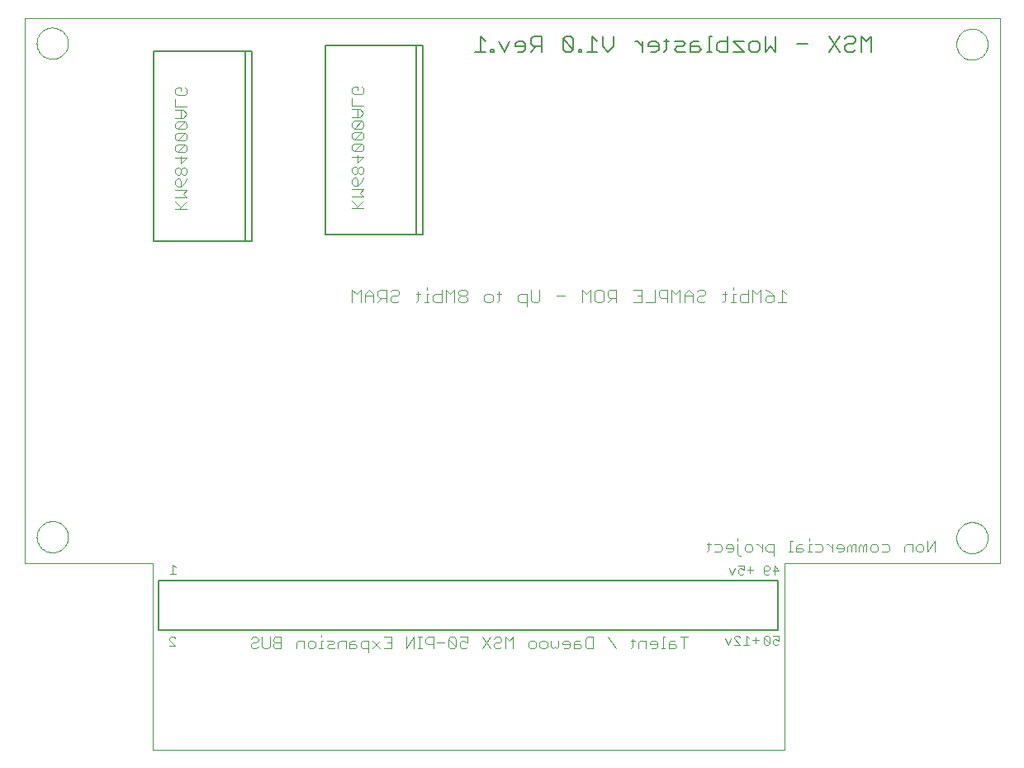
<source format=gbo>
G75*
G70*
%OFA0B0*%
%FSLAX24Y24*%
%IPPOS*%
%LPD*%
%AMOC8*
5,1,8,0,0,1.08239X$1,22.5*
%
%ADD10C,0.0040*%
%ADD11C,0.0060*%
%ADD12C,0.0030*%
%ADD13C,0.0000*%
%ADD14C,0.0050*%
%ADD15C,0.0080*%
D10*
X010495Y004272D02*
X010572Y004195D01*
X010725Y004195D01*
X010802Y004272D01*
X010956Y004272D02*
X010956Y004655D01*
X010802Y004578D02*
X010802Y004502D01*
X010725Y004425D01*
X010572Y004425D01*
X010495Y004348D01*
X010495Y004272D01*
X010495Y004578D02*
X010572Y004655D01*
X010725Y004655D01*
X010802Y004578D01*
X010956Y004272D02*
X011032Y004195D01*
X011186Y004195D01*
X011263Y004272D01*
X011263Y004655D01*
X011416Y004578D02*
X011416Y004502D01*
X011493Y004425D01*
X011723Y004425D01*
X011723Y004195D02*
X011723Y004655D01*
X011493Y004655D01*
X011416Y004578D01*
X011493Y004425D02*
X011416Y004348D01*
X011416Y004272D01*
X011493Y004195D01*
X011723Y004195D01*
X012337Y004195D02*
X012337Y004425D01*
X012414Y004502D01*
X012644Y004502D01*
X012644Y004195D01*
X012797Y004272D02*
X012797Y004425D01*
X012874Y004502D01*
X013027Y004502D01*
X013104Y004425D01*
X013104Y004272D01*
X013027Y004195D01*
X012874Y004195D01*
X012797Y004272D01*
X013258Y004195D02*
X013411Y004195D01*
X013334Y004195D02*
X013334Y004502D01*
X013411Y004502D01*
X013565Y004502D02*
X013795Y004502D01*
X013871Y004425D01*
X013795Y004348D01*
X013641Y004348D01*
X013565Y004272D01*
X013641Y004195D01*
X013871Y004195D01*
X014025Y004195D02*
X014025Y004425D01*
X014102Y004502D01*
X014332Y004502D01*
X014332Y004195D01*
X014485Y004195D02*
X014716Y004195D01*
X014792Y004272D01*
X014716Y004348D01*
X014485Y004348D01*
X014485Y004425D02*
X014485Y004195D01*
X014485Y004425D02*
X014562Y004502D01*
X014716Y004502D01*
X014946Y004425D02*
X015022Y004502D01*
X015253Y004502D01*
X015253Y004041D01*
X015253Y004195D02*
X015022Y004195D01*
X014946Y004272D01*
X014946Y004425D01*
X015406Y004502D02*
X015713Y004195D01*
X015866Y004195D02*
X016173Y004195D01*
X016173Y004655D01*
X015866Y004655D01*
X015713Y004502D02*
X015406Y004195D01*
X016020Y004425D02*
X016173Y004425D01*
X016787Y004195D02*
X016787Y004655D01*
X017094Y004655D02*
X016787Y004195D01*
X017094Y004195D02*
X017094Y004655D01*
X017248Y004655D02*
X017401Y004655D01*
X017324Y004655D02*
X017324Y004195D01*
X017248Y004195D02*
X017401Y004195D01*
X017555Y004425D02*
X017631Y004348D01*
X017862Y004348D01*
X017862Y004195D02*
X017862Y004655D01*
X017631Y004655D01*
X017555Y004578D01*
X017555Y004425D01*
X018015Y004425D02*
X018322Y004425D01*
X018475Y004578D02*
X018782Y004272D01*
X018706Y004195D01*
X018552Y004195D01*
X018475Y004272D01*
X018475Y004578D01*
X018552Y004655D01*
X018706Y004655D01*
X018782Y004578D01*
X018782Y004272D01*
X018936Y004272D02*
X019013Y004195D01*
X019166Y004195D01*
X019243Y004272D01*
X019243Y004425D02*
X019089Y004502D01*
X019013Y004502D01*
X018936Y004425D01*
X018936Y004272D01*
X019243Y004425D02*
X019243Y004655D01*
X018936Y004655D01*
X019857Y004655D02*
X020163Y004195D01*
X020317Y004272D02*
X020394Y004195D01*
X020547Y004195D01*
X020624Y004272D01*
X020547Y004425D02*
X020394Y004425D01*
X020317Y004348D01*
X020317Y004272D01*
X020547Y004425D02*
X020624Y004502D01*
X020624Y004578D01*
X020547Y004655D01*
X020394Y004655D01*
X020317Y004578D01*
X020163Y004655D02*
X019857Y004195D01*
X020777Y004195D02*
X020777Y004655D01*
X020931Y004502D01*
X021084Y004655D01*
X021084Y004195D01*
X021698Y004272D02*
X021698Y004425D01*
X021775Y004502D01*
X021928Y004502D01*
X022005Y004425D01*
X022005Y004272D01*
X021928Y004195D01*
X021775Y004195D01*
X021698Y004272D01*
X022159Y004272D02*
X022159Y004425D01*
X022235Y004502D01*
X022389Y004502D01*
X022465Y004425D01*
X022465Y004272D01*
X022389Y004195D01*
X022235Y004195D01*
X022159Y004272D01*
X022619Y004272D02*
X022619Y004502D01*
X022619Y004272D02*
X022696Y004195D01*
X022772Y004272D01*
X022849Y004195D01*
X022926Y004272D01*
X022926Y004502D01*
X023079Y004425D02*
X023156Y004502D01*
X023310Y004502D01*
X023386Y004425D01*
X023386Y004272D01*
X023310Y004195D01*
X023156Y004195D01*
X023079Y004348D02*
X023386Y004348D01*
X023540Y004348D02*
X023770Y004348D01*
X023847Y004272D01*
X023770Y004195D01*
X023540Y004195D01*
X023540Y004425D01*
X023616Y004502D01*
X023770Y004502D01*
X024000Y004578D02*
X024077Y004655D01*
X024307Y004655D01*
X024307Y004195D01*
X024077Y004195D01*
X024000Y004272D01*
X024000Y004578D01*
X023079Y004425D02*
X023079Y004348D01*
X024921Y004655D02*
X025228Y004195D01*
X025842Y004195D02*
X025918Y004272D01*
X025918Y004578D01*
X025842Y004502D02*
X025995Y004502D01*
X026149Y004425D02*
X026149Y004195D01*
X026149Y004425D02*
X026225Y004502D01*
X026456Y004502D01*
X026456Y004195D01*
X026609Y004348D02*
X026916Y004348D01*
X026916Y004272D02*
X026916Y004425D01*
X026839Y004502D01*
X026686Y004502D01*
X026609Y004425D01*
X026609Y004348D01*
X026686Y004195D02*
X026839Y004195D01*
X026916Y004272D01*
X027069Y004195D02*
X027223Y004195D01*
X027146Y004195D02*
X027146Y004655D01*
X027223Y004655D01*
X027376Y004425D02*
X027376Y004195D01*
X027606Y004195D01*
X027683Y004272D01*
X027606Y004348D01*
X027376Y004348D01*
X027376Y004425D02*
X027453Y004502D01*
X027606Y004502D01*
X027837Y004655D02*
X028144Y004655D01*
X027990Y004655D02*
X027990Y004195D01*
X030217Y007927D02*
X030140Y008004D01*
X030140Y008388D01*
X030140Y008541D02*
X030140Y008618D01*
X029910Y008388D02*
X029756Y008388D01*
X029679Y008311D01*
X029679Y008234D01*
X029986Y008234D01*
X029986Y008157D02*
X029986Y008311D01*
X029910Y008388D01*
X029986Y008157D02*
X029910Y008081D01*
X029756Y008081D01*
X029526Y008157D02*
X029449Y008081D01*
X029219Y008081D01*
X028989Y008157D02*
X028989Y008464D01*
X029066Y008388D02*
X028912Y008388D01*
X028989Y008157D02*
X028912Y008081D01*
X029219Y008388D02*
X029449Y008388D01*
X029526Y008311D01*
X029526Y008157D01*
X030217Y007927D02*
X030293Y007927D01*
X030447Y008157D02*
X030447Y008311D01*
X030524Y008388D01*
X030677Y008388D01*
X030754Y008311D01*
X030754Y008157D01*
X030677Y008081D01*
X030524Y008081D01*
X030447Y008157D01*
X030907Y008388D02*
X030984Y008388D01*
X031137Y008234D01*
X031137Y008081D02*
X031137Y008388D01*
X031291Y008311D02*
X031368Y008388D01*
X031598Y008388D01*
X031598Y007927D01*
X031598Y008081D02*
X031368Y008081D01*
X031291Y008157D01*
X031291Y008311D01*
X032212Y008081D02*
X032365Y008081D01*
X032288Y008081D02*
X032288Y008541D01*
X032365Y008541D01*
X032595Y008388D02*
X032519Y008311D01*
X032519Y008081D01*
X032749Y008081D01*
X032825Y008157D01*
X032749Y008234D01*
X032519Y008234D01*
X032595Y008388D02*
X032749Y008388D01*
X033056Y008388D02*
X033056Y008081D01*
X033132Y008081D02*
X032979Y008081D01*
X033286Y008081D02*
X033516Y008081D01*
X033593Y008157D01*
X033593Y008311D01*
X033516Y008388D01*
X033286Y008388D01*
X033132Y008388D02*
X033056Y008388D01*
X033056Y008541D02*
X033056Y008618D01*
X033746Y008388D02*
X033823Y008388D01*
X033976Y008234D01*
X033976Y008081D02*
X033976Y008388D01*
X034130Y008311D02*
X034207Y008388D01*
X034360Y008388D01*
X034437Y008311D01*
X034437Y008157D01*
X034360Y008081D01*
X034207Y008081D01*
X034130Y008234D02*
X034437Y008234D01*
X034590Y008311D02*
X034590Y008081D01*
X034744Y008081D02*
X034744Y008311D01*
X034667Y008388D01*
X034590Y008311D01*
X034744Y008311D02*
X034821Y008388D01*
X034897Y008388D01*
X034897Y008081D01*
X035051Y008081D02*
X035051Y008311D01*
X035127Y008388D01*
X035204Y008311D01*
X035204Y008081D01*
X035358Y008081D02*
X035358Y008388D01*
X035281Y008388D01*
X035204Y008311D01*
X035511Y008311D02*
X035588Y008388D01*
X035741Y008388D01*
X035818Y008311D01*
X035818Y008157D01*
X035741Y008081D01*
X035588Y008081D01*
X035511Y008157D01*
X035511Y008311D01*
X035972Y008388D02*
X036202Y008388D01*
X036278Y008311D01*
X036278Y008157D01*
X036202Y008081D01*
X035972Y008081D01*
X036892Y008081D02*
X036892Y008311D01*
X036969Y008388D01*
X037199Y008388D01*
X037199Y008081D01*
X037353Y008157D02*
X037353Y008311D01*
X037429Y008388D01*
X037583Y008388D01*
X037660Y008311D01*
X037660Y008157D01*
X037583Y008081D01*
X037429Y008081D01*
X037353Y008157D01*
X037813Y008081D02*
X037813Y008541D01*
X038120Y008541D02*
X037813Y008081D01*
X038120Y008081D02*
X038120Y008541D01*
X034130Y008311D02*
X034130Y008234D01*
X021639Y017982D02*
X021639Y018502D01*
X021379Y018502D01*
X021292Y018416D01*
X021292Y018242D01*
X021379Y018155D01*
X021639Y018155D01*
X021808Y018242D02*
X021808Y018676D01*
X022155Y018676D02*
X022155Y018242D01*
X022068Y018155D01*
X021895Y018155D01*
X021808Y018242D01*
X022839Y018416D02*
X023186Y018416D01*
X023870Y018676D02*
X023870Y018155D01*
X024217Y018155D02*
X024217Y018676D01*
X024044Y018502D01*
X023870Y018676D01*
X024386Y018589D02*
X024386Y018242D01*
X024473Y018155D01*
X024646Y018155D01*
X024733Y018242D01*
X024733Y018589D01*
X024646Y018676D01*
X024473Y018676D01*
X024386Y018589D01*
X024902Y018589D02*
X024902Y018416D01*
X024989Y018329D01*
X025249Y018329D01*
X025249Y018155D02*
X025249Y018676D01*
X024989Y018676D01*
X024902Y018589D01*
X025075Y018329D02*
X024902Y018155D01*
X025933Y018155D02*
X026280Y018155D01*
X026280Y018676D01*
X025933Y018676D01*
X026107Y018416D02*
X026280Y018416D01*
X026449Y018155D02*
X026796Y018155D01*
X026796Y018676D01*
X026964Y018589D02*
X026964Y018416D01*
X027051Y018329D01*
X027311Y018329D01*
X027311Y018155D02*
X027311Y018676D01*
X027051Y018676D01*
X026964Y018589D01*
X027480Y018676D02*
X027480Y018155D01*
X027827Y018155D02*
X027827Y018676D01*
X027653Y018502D01*
X027480Y018676D01*
X027996Y018502D02*
X027996Y018155D01*
X027996Y018416D02*
X028343Y018416D01*
X028343Y018502D02*
X028343Y018155D01*
X028511Y018242D02*
X028598Y018155D01*
X028771Y018155D01*
X028858Y018242D01*
X028771Y018416D02*
X028598Y018416D01*
X028511Y018329D01*
X028511Y018242D01*
X028343Y018502D02*
X028169Y018676D01*
X027996Y018502D01*
X028511Y018589D02*
X028598Y018676D01*
X028771Y018676D01*
X028858Y018589D01*
X028858Y018502D01*
X028771Y018416D01*
X029544Y018502D02*
X029718Y018502D01*
X029631Y018589D02*
X029631Y018242D01*
X029544Y018155D01*
X029888Y018155D02*
X030061Y018155D01*
X029975Y018155D02*
X029975Y018502D01*
X030061Y018502D01*
X030230Y018416D02*
X030317Y018502D01*
X030577Y018502D01*
X030577Y018676D02*
X030577Y018155D01*
X030317Y018155D01*
X030230Y018242D01*
X030230Y018416D01*
X029975Y018676D02*
X029975Y018763D01*
X030746Y018676D02*
X030746Y018155D01*
X031093Y018155D02*
X031093Y018676D01*
X030919Y018502D01*
X030746Y018676D01*
X031261Y018676D02*
X031435Y018589D01*
X031608Y018416D01*
X031348Y018416D01*
X031261Y018329D01*
X031261Y018242D01*
X031348Y018155D01*
X031522Y018155D01*
X031608Y018242D01*
X031608Y018416D01*
X031777Y018155D02*
X032124Y018155D01*
X031950Y018155D02*
X031950Y018676D01*
X032124Y018502D01*
X020608Y018502D02*
X020435Y018502D01*
X020521Y018589D02*
X020521Y018242D01*
X020435Y018155D01*
X020264Y018242D02*
X020177Y018155D01*
X020004Y018155D01*
X019917Y018242D01*
X019917Y018416D01*
X020004Y018502D01*
X020177Y018502D01*
X020264Y018416D01*
X020264Y018242D01*
X019233Y018242D02*
X019233Y018329D01*
X019146Y018416D01*
X018973Y018416D01*
X018886Y018329D01*
X018886Y018242D01*
X018973Y018155D01*
X019146Y018155D01*
X019233Y018242D01*
X019146Y018416D02*
X019233Y018502D01*
X019233Y018589D01*
X019146Y018676D01*
X018973Y018676D01*
X018886Y018589D01*
X018886Y018502D01*
X018973Y018416D01*
X018717Y018676D02*
X018544Y018502D01*
X018370Y018676D01*
X018370Y018155D01*
X018202Y018155D02*
X017941Y018155D01*
X017855Y018242D01*
X017855Y018416D01*
X017941Y018502D01*
X018202Y018502D01*
X018202Y018676D02*
X018202Y018155D01*
X018717Y018155D02*
X018717Y018676D01*
X017686Y018502D02*
X017599Y018502D01*
X017599Y018155D01*
X017513Y018155D02*
X017686Y018155D01*
X017256Y018242D02*
X017256Y018589D01*
X017342Y018502D02*
X017169Y018502D01*
X017256Y018242D02*
X017169Y018155D01*
X017599Y018676D02*
X017599Y018763D01*
X016483Y018589D02*
X016483Y018502D01*
X016396Y018416D01*
X016223Y018416D01*
X016136Y018329D01*
X016136Y018242D01*
X016223Y018155D01*
X016396Y018155D01*
X016483Y018242D01*
X016483Y018589D02*
X016396Y018676D01*
X016223Y018676D01*
X016136Y018589D01*
X015967Y018676D02*
X015707Y018676D01*
X015620Y018589D01*
X015620Y018416D01*
X015707Y018329D01*
X015967Y018329D01*
X015794Y018329D02*
X015620Y018155D01*
X015452Y018155D02*
X015452Y018502D01*
X015278Y018676D01*
X015105Y018502D01*
X015105Y018155D01*
X014936Y018155D02*
X014936Y018676D01*
X014762Y018502D01*
X014589Y018676D01*
X014589Y018155D01*
X015105Y018416D02*
X015452Y018416D01*
X015967Y018676D02*
X015967Y018155D01*
X015050Y021955D02*
X014589Y021955D01*
X014743Y021955D02*
X015050Y022262D01*
X015050Y022415D02*
X014589Y022415D01*
X014589Y022262D02*
X014819Y022031D01*
X015050Y022415D02*
X014896Y022569D01*
X015050Y022722D01*
X014589Y022722D01*
X014666Y022875D02*
X014589Y022952D01*
X014589Y023106D01*
X014666Y023182D01*
X014743Y023182D01*
X014819Y023106D01*
X014819Y022875D01*
X014666Y022875D01*
X014819Y022875D02*
X014973Y023029D01*
X015050Y023182D01*
X014973Y023336D02*
X014896Y023336D01*
X014819Y023413D01*
X014819Y023566D01*
X014743Y023643D01*
X014666Y023643D01*
X014589Y023566D01*
X014589Y023413D01*
X014666Y023336D01*
X014743Y023336D01*
X014819Y023413D01*
X014819Y023566D02*
X014896Y023643D01*
X014973Y023643D01*
X015050Y023566D01*
X015050Y023413D01*
X014973Y023336D01*
X014819Y023796D02*
X014819Y024103D01*
X014666Y024257D02*
X014973Y024257D01*
X015050Y024333D01*
X015050Y024487D01*
X014973Y024564D01*
X014666Y024257D01*
X014589Y024333D01*
X014589Y024487D01*
X014666Y024564D01*
X014973Y024564D01*
X014973Y024717D02*
X014666Y024717D01*
X014973Y025024D01*
X014666Y025024D01*
X014589Y024947D01*
X014589Y024794D01*
X014666Y024717D01*
X014973Y024717D02*
X015050Y024794D01*
X015050Y024947D01*
X014973Y025024D01*
X014973Y025177D02*
X015050Y025254D01*
X015050Y025408D01*
X014973Y025484D01*
X014666Y025177D01*
X014589Y025254D01*
X014589Y025408D01*
X014666Y025484D01*
X014973Y025484D01*
X014896Y025638D02*
X014589Y025638D01*
X014819Y025638D02*
X014819Y025945D01*
X014896Y025945D02*
X014589Y025945D01*
X014589Y026098D02*
X014589Y026405D01*
X014666Y026559D02*
X014589Y026635D01*
X014589Y026789D01*
X014666Y026865D01*
X014819Y026865D01*
X014819Y026712D01*
X014666Y026559D02*
X014973Y026559D01*
X015050Y026635D01*
X015050Y026789D01*
X014973Y026865D01*
X015050Y026098D02*
X014589Y026098D01*
X014896Y025945D02*
X015050Y025791D01*
X014896Y025638D01*
X014973Y025177D02*
X014666Y025177D01*
X014589Y024026D02*
X015050Y024026D01*
X014819Y023796D01*
X007916Y023995D02*
X007685Y023765D01*
X007685Y024072D01*
X007532Y024225D02*
X007839Y024532D01*
X007532Y024532D01*
X007455Y024455D01*
X007455Y024302D01*
X007532Y024225D01*
X007839Y024225D01*
X007916Y024302D01*
X007916Y024455D01*
X007839Y024532D01*
X007839Y024686D02*
X007532Y024686D01*
X007839Y024992D01*
X007532Y024992D01*
X007455Y024916D01*
X007455Y024762D01*
X007532Y024686D01*
X007839Y024686D02*
X007916Y024762D01*
X007916Y024916D01*
X007839Y024992D01*
X007839Y025146D02*
X007916Y025223D01*
X007916Y025376D01*
X007839Y025453D01*
X007532Y025146D01*
X007455Y025223D01*
X007455Y025376D01*
X007532Y025453D01*
X007839Y025453D01*
X007762Y025606D02*
X007455Y025606D01*
X007685Y025606D02*
X007685Y025913D01*
X007762Y025913D02*
X007455Y025913D01*
X007455Y026067D02*
X007455Y026374D01*
X007532Y026527D02*
X007455Y026604D01*
X007455Y026757D01*
X007532Y026834D01*
X007685Y026834D01*
X007685Y026681D01*
X007839Y026527D02*
X007532Y026527D01*
X007839Y026527D02*
X007916Y026604D01*
X007916Y026757D01*
X007839Y026834D01*
X007916Y026067D02*
X007455Y026067D01*
X007762Y025913D02*
X007916Y025760D01*
X007762Y025606D01*
X007839Y025146D02*
X007532Y025146D01*
X007455Y023995D02*
X007916Y023995D01*
X007839Y023611D02*
X007762Y023611D01*
X007685Y023535D01*
X007685Y023381D01*
X007762Y023304D01*
X007839Y023304D01*
X007916Y023381D01*
X007916Y023535D01*
X007839Y023611D01*
X007685Y023535D02*
X007609Y023611D01*
X007532Y023611D01*
X007455Y023535D01*
X007455Y023381D01*
X007532Y023304D01*
X007609Y023304D01*
X007685Y023381D01*
X007609Y023151D02*
X007685Y023074D01*
X007685Y022844D01*
X007532Y022844D01*
X007455Y022921D01*
X007455Y023074D01*
X007532Y023151D01*
X007609Y023151D01*
X007839Y022997D02*
X007685Y022844D01*
X007839Y022997D02*
X007916Y023151D01*
X007916Y022690D02*
X007455Y022690D01*
X007455Y022384D02*
X007916Y022384D01*
X007762Y022537D01*
X007916Y022690D01*
X007916Y022230D02*
X007609Y021923D01*
X007685Y022000D02*
X007455Y022230D01*
X007455Y021923D02*
X007916Y021923D01*
X013334Y004732D02*
X013334Y004655D01*
D11*
X019551Y028268D02*
X019978Y028268D01*
X019765Y028268D02*
X019765Y028908D01*
X019978Y028695D01*
X020194Y028375D02*
X020194Y028268D01*
X020301Y028268D01*
X020301Y028375D01*
X020194Y028375D01*
X020518Y028695D02*
X020732Y028268D01*
X020945Y028695D01*
X021163Y028588D02*
X021163Y028481D01*
X021590Y028481D01*
X021590Y028375D02*
X021590Y028588D01*
X021483Y028695D01*
X021269Y028695D01*
X021163Y028588D01*
X021269Y028268D02*
X021483Y028268D01*
X021590Y028375D01*
X021807Y028268D02*
X022021Y028481D01*
X021914Y028481D02*
X022234Y028481D01*
X022234Y028268D02*
X022234Y028908D01*
X021914Y028908D01*
X021807Y028802D01*
X021807Y028588D01*
X021914Y028481D01*
X023096Y028375D02*
X023203Y028268D01*
X023417Y028268D01*
X023523Y028375D01*
X023096Y028802D01*
X023096Y028375D01*
X023096Y028802D02*
X023203Y028908D01*
X023417Y028908D01*
X023523Y028802D01*
X023523Y028375D01*
X023739Y028375D02*
X023739Y028268D01*
X023846Y028268D01*
X023846Y028375D01*
X023739Y028375D01*
X024063Y028268D02*
X024490Y028268D01*
X024277Y028268D02*
X024277Y028908D01*
X024490Y028695D01*
X024708Y028908D02*
X024708Y028481D01*
X024921Y028268D01*
X025135Y028481D01*
X025135Y028908D01*
X025996Y028695D02*
X026103Y028695D01*
X026316Y028481D01*
X026316Y028268D02*
X026316Y028695D01*
X026534Y028588D02*
X026534Y028481D01*
X026961Y028481D01*
X026961Y028375D02*
X026961Y028588D01*
X026854Y028695D01*
X026641Y028695D01*
X026534Y028588D01*
X026641Y028268D02*
X026854Y028268D01*
X026961Y028375D01*
X027177Y028268D02*
X027284Y028375D01*
X027284Y028802D01*
X027391Y028695D02*
X027177Y028695D01*
X027608Y028695D02*
X027928Y028695D01*
X028035Y028588D01*
X027928Y028481D01*
X027715Y028481D01*
X027608Y028375D01*
X027715Y028268D01*
X028035Y028268D01*
X028253Y028268D02*
X028253Y028588D01*
X028359Y028695D01*
X028573Y028695D01*
X028573Y028481D02*
X028253Y028481D01*
X028253Y028268D02*
X028573Y028268D01*
X028680Y028375D01*
X028573Y028481D01*
X028896Y028268D02*
X029109Y028268D01*
X029003Y028268D02*
X029003Y028908D01*
X029109Y028908D01*
X029327Y028588D02*
X029434Y028695D01*
X029754Y028695D01*
X029754Y028908D02*
X029754Y028268D01*
X029434Y028268D01*
X029327Y028375D01*
X029327Y028588D01*
X029971Y028695D02*
X030398Y028268D01*
X029971Y028268D01*
X029971Y028695D02*
X030398Y028695D01*
X030616Y028588D02*
X030723Y028695D01*
X030936Y028695D01*
X031043Y028588D01*
X031043Y028375D01*
X030936Y028268D01*
X030723Y028268D01*
X030616Y028375D01*
X030616Y028588D01*
X031261Y028268D02*
X031261Y028908D01*
X031688Y028908D02*
X031688Y028268D01*
X031474Y028481D01*
X031261Y028268D01*
X032550Y028588D02*
X032977Y028588D01*
X033839Y028268D02*
X034266Y028908D01*
X034483Y028802D02*
X034590Y028908D01*
X034804Y028908D01*
X034910Y028802D01*
X034910Y028695D01*
X034804Y028588D01*
X034590Y028588D01*
X034483Y028481D01*
X034483Y028375D01*
X034590Y028268D01*
X034804Y028268D01*
X034910Y028375D01*
X035128Y028268D02*
X035128Y028908D01*
X035341Y028695D01*
X035555Y028908D01*
X035555Y028268D01*
X034266Y028268D02*
X033839Y028908D01*
D12*
X031629Y007525D02*
X031814Y007340D01*
X031567Y007340D01*
X031446Y007401D02*
X031384Y007340D01*
X031199Y007340D01*
X031199Y007463D02*
X031199Y007216D01*
X031261Y007154D01*
X031384Y007154D01*
X031446Y007216D01*
X031446Y007401D02*
X031446Y007463D01*
X031384Y007525D01*
X031261Y007525D01*
X031199Y007463D01*
X030782Y007359D02*
X030536Y007359D01*
X030414Y007359D02*
X030291Y007421D01*
X030229Y007421D01*
X030167Y007359D01*
X030167Y007236D01*
X030229Y007174D01*
X030352Y007174D01*
X030414Y007236D01*
X030414Y007359D02*
X030414Y007544D01*
X030167Y007544D01*
X030046Y007421D02*
X029922Y007174D01*
X029799Y007421D01*
X030659Y007483D02*
X030659Y007236D01*
X031629Y007154D02*
X031629Y007525D01*
X031567Y004694D02*
X031814Y004694D01*
X031814Y004509D01*
X031691Y004571D01*
X031629Y004571D01*
X031567Y004509D01*
X031567Y004385D01*
X031629Y004324D01*
X031752Y004324D01*
X031814Y004385D01*
X031446Y004385D02*
X031199Y004632D01*
X031199Y004385D01*
X031261Y004324D01*
X031384Y004324D01*
X031446Y004385D01*
X031446Y004632D01*
X031384Y004694D01*
X031261Y004694D01*
X031199Y004632D01*
X030995Y004521D02*
X030748Y004521D01*
X030627Y004582D02*
X030503Y004706D01*
X030503Y004335D01*
X030380Y004335D02*
X030627Y004335D01*
X030872Y004397D02*
X030872Y004644D01*
X030258Y004644D02*
X030197Y004706D01*
X030073Y004706D01*
X030012Y004644D01*
X030012Y004582D01*
X030258Y004335D01*
X030012Y004335D01*
X029767Y004335D02*
X029643Y004582D01*
X029890Y004582D02*
X029767Y004335D01*
X007460Y004296D02*
X007213Y004543D01*
X007213Y004605D01*
X007274Y004666D01*
X007398Y004666D01*
X007460Y004605D01*
X007460Y004296D02*
X007213Y004296D01*
X007229Y007198D02*
X007475Y007198D01*
X007352Y007198D02*
X007352Y007568D01*
X007475Y007445D01*
D13*
X006547Y007643D02*
X006547Y000100D01*
X032047Y000100D01*
X032047Y007643D01*
X040733Y007643D01*
X040733Y029628D01*
X001362Y029628D01*
X001362Y007643D01*
X006547Y007643D01*
X001860Y008694D02*
X001862Y008744D01*
X001868Y008794D01*
X001878Y008843D01*
X001892Y008891D01*
X001909Y008938D01*
X001930Y008983D01*
X001955Y009027D01*
X001983Y009068D01*
X002015Y009107D01*
X002049Y009144D01*
X002086Y009178D01*
X002126Y009208D01*
X002168Y009235D01*
X002212Y009259D01*
X002258Y009280D01*
X002305Y009296D01*
X002353Y009309D01*
X002403Y009318D01*
X002452Y009323D01*
X002503Y009324D01*
X002553Y009321D01*
X002602Y009314D01*
X002651Y009303D01*
X002699Y009288D01*
X002745Y009270D01*
X002790Y009248D01*
X002833Y009222D01*
X002874Y009193D01*
X002913Y009161D01*
X002949Y009126D01*
X002981Y009088D01*
X003011Y009048D01*
X003038Y009005D01*
X003061Y008961D01*
X003080Y008915D01*
X003096Y008867D01*
X003108Y008818D01*
X003116Y008769D01*
X003120Y008719D01*
X003120Y008669D01*
X003116Y008619D01*
X003108Y008570D01*
X003096Y008521D01*
X003080Y008473D01*
X003061Y008427D01*
X003038Y008383D01*
X003011Y008340D01*
X002981Y008300D01*
X002949Y008262D01*
X002913Y008227D01*
X002874Y008195D01*
X002833Y008166D01*
X002790Y008140D01*
X002745Y008118D01*
X002699Y008100D01*
X002651Y008085D01*
X002602Y008074D01*
X002553Y008067D01*
X002503Y008064D01*
X002452Y008065D01*
X002403Y008070D01*
X002353Y008079D01*
X002305Y008092D01*
X002258Y008108D01*
X002212Y008129D01*
X002168Y008153D01*
X002126Y008180D01*
X002086Y008210D01*
X002049Y008244D01*
X002015Y008281D01*
X001983Y008320D01*
X001955Y008361D01*
X001930Y008405D01*
X001909Y008450D01*
X001892Y008497D01*
X001878Y008545D01*
X001868Y008594D01*
X001862Y008644D01*
X001860Y008694D01*
X001860Y028616D02*
X001862Y028666D01*
X001868Y028716D01*
X001878Y028765D01*
X001892Y028813D01*
X001909Y028860D01*
X001930Y028905D01*
X001955Y028949D01*
X001983Y028990D01*
X002015Y029029D01*
X002049Y029066D01*
X002086Y029100D01*
X002126Y029130D01*
X002168Y029157D01*
X002212Y029181D01*
X002258Y029202D01*
X002305Y029218D01*
X002353Y029231D01*
X002403Y029240D01*
X002452Y029245D01*
X002503Y029246D01*
X002553Y029243D01*
X002602Y029236D01*
X002651Y029225D01*
X002699Y029210D01*
X002745Y029192D01*
X002790Y029170D01*
X002833Y029144D01*
X002874Y029115D01*
X002913Y029083D01*
X002949Y029048D01*
X002981Y029010D01*
X003011Y028970D01*
X003038Y028927D01*
X003061Y028883D01*
X003080Y028837D01*
X003096Y028789D01*
X003108Y028740D01*
X003116Y028691D01*
X003120Y028641D01*
X003120Y028591D01*
X003116Y028541D01*
X003108Y028492D01*
X003096Y028443D01*
X003080Y028395D01*
X003061Y028349D01*
X003038Y028305D01*
X003011Y028262D01*
X002981Y028222D01*
X002949Y028184D01*
X002913Y028149D01*
X002874Y028117D01*
X002833Y028088D01*
X002790Y028062D01*
X002745Y028040D01*
X002699Y028022D01*
X002651Y028007D01*
X002602Y027996D01*
X002553Y027989D01*
X002503Y027986D01*
X002452Y027987D01*
X002403Y027992D01*
X002353Y028001D01*
X002305Y028014D01*
X002258Y028030D01*
X002212Y028051D01*
X002168Y028075D01*
X002126Y028102D01*
X002086Y028132D01*
X002049Y028166D01*
X002015Y028203D01*
X001983Y028242D01*
X001955Y028283D01*
X001930Y028327D01*
X001909Y028372D01*
X001892Y028419D01*
X001878Y028467D01*
X001868Y028516D01*
X001862Y028566D01*
X001860Y028616D01*
X038986Y028576D02*
X038988Y028626D01*
X038994Y028676D01*
X039004Y028725D01*
X039018Y028773D01*
X039035Y028820D01*
X039056Y028865D01*
X039081Y028909D01*
X039109Y028950D01*
X039141Y028989D01*
X039175Y029026D01*
X039212Y029060D01*
X039252Y029090D01*
X039294Y029117D01*
X039338Y029141D01*
X039384Y029162D01*
X039431Y029178D01*
X039479Y029191D01*
X039529Y029200D01*
X039578Y029205D01*
X039629Y029206D01*
X039679Y029203D01*
X039728Y029196D01*
X039777Y029185D01*
X039825Y029170D01*
X039871Y029152D01*
X039916Y029130D01*
X039959Y029104D01*
X040000Y029075D01*
X040039Y029043D01*
X040075Y029008D01*
X040107Y028970D01*
X040137Y028930D01*
X040164Y028887D01*
X040187Y028843D01*
X040206Y028797D01*
X040222Y028749D01*
X040234Y028700D01*
X040242Y028651D01*
X040246Y028601D01*
X040246Y028551D01*
X040242Y028501D01*
X040234Y028452D01*
X040222Y028403D01*
X040206Y028355D01*
X040187Y028309D01*
X040164Y028265D01*
X040137Y028222D01*
X040107Y028182D01*
X040075Y028144D01*
X040039Y028109D01*
X040000Y028077D01*
X039959Y028048D01*
X039916Y028022D01*
X039871Y028000D01*
X039825Y027982D01*
X039777Y027967D01*
X039728Y027956D01*
X039679Y027949D01*
X039629Y027946D01*
X039578Y027947D01*
X039529Y027952D01*
X039479Y027961D01*
X039431Y027974D01*
X039384Y027990D01*
X039338Y028011D01*
X039294Y028035D01*
X039252Y028062D01*
X039212Y028092D01*
X039175Y028126D01*
X039141Y028163D01*
X039109Y028202D01*
X039081Y028243D01*
X039056Y028287D01*
X039035Y028332D01*
X039018Y028379D01*
X039004Y028427D01*
X038994Y028476D01*
X038988Y028526D01*
X038986Y028576D01*
X038986Y008655D02*
X038988Y008705D01*
X038994Y008755D01*
X039004Y008804D01*
X039018Y008852D01*
X039035Y008899D01*
X039056Y008944D01*
X039081Y008988D01*
X039109Y009029D01*
X039141Y009068D01*
X039175Y009105D01*
X039212Y009139D01*
X039252Y009169D01*
X039294Y009196D01*
X039338Y009220D01*
X039384Y009241D01*
X039431Y009257D01*
X039479Y009270D01*
X039529Y009279D01*
X039578Y009284D01*
X039629Y009285D01*
X039679Y009282D01*
X039728Y009275D01*
X039777Y009264D01*
X039825Y009249D01*
X039871Y009231D01*
X039916Y009209D01*
X039959Y009183D01*
X040000Y009154D01*
X040039Y009122D01*
X040075Y009087D01*
X040107Y009049D01*
X040137Y009009D01*
X040164Y008966D01*
X040187Y008922D01*
X040206Y008876D01*
X040222Y008828D01*
X040234Y008779D01*
X040242Y008730D01*
X040246Y008680D01*
X040246Y008630D01*
X040242Y008580D01*
X040234Y008531D01*
X040222Y008482D01*
X040206Y008434D01*
X040187Y008388D01*
X040164Y008344D01*
X040137Y008301D01*
X040107Y008261D01*
X040075Y008223D01*
X040039Y008188D01*
X040000Y008156D01*
X039959Y008127D01*
X039916Y008101D01*
X039871Y008079D01*
X039825Y008061D01*
X039777Y008046D01*
X039728Y008035D01*
X039679Y008028D01*
X039629Y008025D01*
X039578Y008026D01*
X039529Y008031D01*
X039479Y008040D01*
X039431Y008053D01*
X039384Y008069D01*
X039338Y008090D01*
X039294Y008114D01*
X039252Y008141D01*
X039212Y008171D01*
X039175Y008205D01*
X039141Y008242D01*
X039109Y008281D01*
X039081Y008322D01*
X039056Y008366D01*
X039035Y008411D01*
X039018Y008458D01*
X039004Y008506D01*
X038994Y008555D01*
X038988Y008605D01*
X038986Y008655D01*
D14*
X031790Y006931D02*
X031790Y004931D01*
X006790Y004931D01*
X006790Y006931D01*
X031790Y006931D01*
D15*
X017451Y020885D02*
X017194Y020885D01*
X013502Y020885D01*
X013502Y028539D01*
X017194Y028539D01*
X017194Y020885D01*
X017451Y020885D02*
X017451Y028539D01*
X017194Y028539D01*
X010534Y028283D02*
X010277Y028283D01*
X010277Y020630D01*
X010534Y020630D01*
X010534Y028283D01*
X010277Y028283D02*
X006584Y028283D01*
X006584Y020630D01*
X010277Y020630D01*
M02*

</source>
